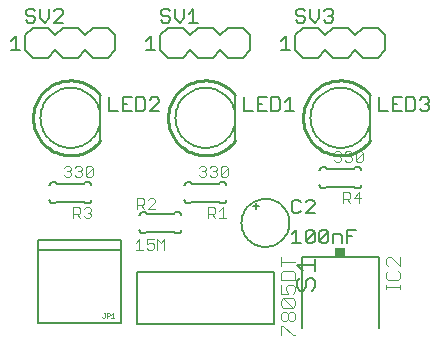
<source format=gto>
G75*
G70*
%OFA0B0*%
%FSLAX24Y24*%
%IPPOS*%
%LPD*%
%AMOC8*
5,1,8,0,0,1.08239X$1,22.5*
%
%ADD10C,0.0050*%
%ADD11C,0.0060*%
%ADD12C,0.0080*%
%ADD13C,0.0010*%
%ADD14C,0.0040*%
%ADD15C,0.0070*%
%ADD16C,0.0100*%
%ADD17R,0.0340X0.0300*%
D10*
X009688Y003934D02*
X009988Y003934D01*
X009838Y003934D02*
X009838Y004384D01*
X009688Y004234D01*
X010148Y004309D02*
X010148Y004009D01*
X010449Y004309D01*
X010449Y004009D01*
X010374Y003934D01*
X010223Y003934D01*
X010148Y004009D01*
X010148Y004309D02*
X010223Y004384D01*
X010374Y004384D01*
X010449Y004309D01*
X010609Y004309D02*
X010684Y004384D01*
X010834Y004384D01*
X010909Y004309D01*
X010609Y004009D01*
X010684Y003934D01*
X010834Y003934D01*
X010909Y004009D01*
X010909Y004309D01*
X011069Y004234D02*
X011294Y004234D01*
X011369Y004159D01*
X011369Y003934D01*
X011529Y003934D02*
X011529Y004384D01*
X011830Y004384D01*
X011680Y004159D02*
X011529Y004159D01*
X011069Y004234D02*
X011069Y003934D01*
X010609Y004009D02*
X010609Y004309D01*
X010449Y004934D02*
X010148Y004934D01*
X010449Y005234D01*
X010449Y005309D01*
X010374Y005384D01*
X010223Y005384D01*
X010148Y005309D01*
X009988Y005309D02*
X009913Y005384D01*
X009763Y005384D01*
X009688Y005309D01*
X009688Y005009D01*
X009763Y004934D01*
X009913Y004934D01*
X009988Y005009D01*
X009769Y008344D02*
X009469Y008344D01*
X009619Y008344D02*
X009619Y008794D01*
X009469Y008644D01*
X009309Y008719D02*
X009234Y008794D01*
X009009Y008794D01*
X009009Y008344D01*
X009234Y008344D01*
X009309Y008419D01*
X009309Y008719D01*
X008849Y008794D02*
X008548Y008794D01*
X008548Y008344D01*
X008849Y008344D01*
X008699Y008569D02*
X008548Y008569D01*
X008388Y008344D02*
X008088Y008344D01*
X008088Y008794D01*
X009338Y010384D02*
X009638Y010384D01*
X009488Y010384D02*
X009488Y010834D01*
X009338Y010684D01*
X009913Y011284D02*
X009838Y011359D01*
X009913Y011284D02*
X010063Y011284D01*
X010138Y011359D01*
X010138Y011434D01*
X010063Y011509D01*
X009913Y011509D01*
X009838Y011584D01*
X009838Y011659D01*
X009913Y011734D01*
X010063Y011734D01*
X010138Y011659D01*
X010298Y011734D02*
X010298Y011434D01*
X010449Y011284D01*
X010599Y011434D01*
X010599Y011734D01*
X010759Y011659D02*
X010834Y011734D01*
X010984Y011734D01*
X011059Y011659D01*
X011059Y011584D01*
X010984Y011509D01*
X011059Y011434D01*
X011059Y011359D01*
X010984Y011284D01*
X010834Y011284D01*
X010759Y011359D01*
X010909Y011509D02*
X010984Y011509D01*
X012588Y008794D02*
X012588Y008344D01*
X012888Y008344D01*
X013048Y008344D02*
X013349Y008344D01*
X013509Y008344D02*
X013734Y008344D01*
X013809Y008419D01*
X013809Y008719D01*
X013734Y008794D01*
X013509Y008794D01*
X013509Y008344D01*
X013199Y008569D02*
X013048Y008569D01*
X013048Y008794D02*
X013048Y008344D01*
X013048Y008794D02*
X013349Y008794D01*
X013969Y008719D02*
X014044Y008794D01*
X014194Y008794D01*
X014269Y008719D01*
X014269Y008644D01*
X014194Y008569D01*
X014269Y008494D01*
X014269Y008419D01*
X014194Y008344D01*
X014044Y008344D01*
X013969Y008419D01*
X014119Y008569D02*
X014194Y008569D01*
X006559Y011284D02*
X006259Y011284D01*
X006409Y011284D02*
X006409Y011734D01*
X006259Y011584D01*
X006099Y011434D02*
X006099Y011734D01*
X005798Y011734D02*
X005798Y011434D01*
X005949Y011284D01*
X006099Y011434D01*
X005638Y011434D02*
X005638Y011359D01*
X005563Y011284D01*
X005413Y011284D01*
X005338Y011359D01*
X005413Y011509D02*
X005338Y011584D01*
X005338Y011659D01*
X005413Y011734D01*
X005563Y011734D01*
X005638Y011659D01*
X005563Y011509D02*
X005413Y011509D01*
X005563Y011509D02*
X005638Y011434D01*
X004988Y010834D02*
X004988Y010384D01*
X004838Y010384D02*
X005138Y010384D01*
X004838Y010684D02*
X004988Y010834D01*
X005044Y008794D02*
X004969Y008719D01*
X005044Y008794D02*
X005194Y008794D01*
X005269Y008719D01*
X005269Y008644D01*
X004969Y008344D01*
X005269Y008344D01*
X004809Y008419D02*
X004809Y008719D01*
X004734Y008794D01*
X004509Y008794D01*
X004509Y008344D01*
X004734Y008344D01*
X004809Y008419D01*
X004349Y008344D02*
X004048Y008344D01*
X004048Y008794D01*
X004349Y008794D01*
X004199Y008569D02*
X004048Y008569D01*
X003888Y008344D02*
X003588Y008344D01*
X003588Y008794D01*
X002059Y011284D02*
X001759Y011284D01*
X002059Y011584D01*
X002059Y011659D01*
X001984Y011734D01*
X001834Y011734D01*
X001759Y011659D01*
X001599Y011734D02*
X001599Y011434D01*
X001449Y011284D01*
X001298Y011434D01*
X001298Y011734D01*
X001138Y011659D02*
X001063Y011734D01*
X000913Y011734D01*
X000838Y011659D01*
X000838Y011584D01*
X000913Y011509D01*
X001063Y011509D01*
X001138Y011434D01*
X001138Y011359D01*
X001063Y011284D01*
X000913Y011284D01*
X000838Y011359D01*
X000488Y010834D02*
X000488Y010384D01*
X000338Y010384D02*
X000638Y010384D01*
X000338Y010684D02*
X000488Y010834D01*
D11*
X000813Y010859D02*
X001063Y011109D01*
X001563Y011109D01*
X001813Y010859D01*
X002063Y011109D01*
X002563Y011109D01*
X002813Y010859D01*
X003063Y011109D01*
X003563Y011109D01*
X003813Y010859D01*
X003813Y010359D01*
X003563Y010109D01*
X003063Y010109D01*
X002813Y010359D01*
X002563Y010109D01*
X002063Y010109D01*
X001813Y010359D01*
X001563Y010109D01*
X001063Y010109D01*
X000813Y010359D01*
X000813Y010859D01*
X001313Y008109D02*
X001315Y008172D01*
X001321Y008234D01*
X001331Y008296D01*
X001344Y008358D01*
X001362Y008418D01*
X001383Y008477D01*
X001408Y008535D01*
X001437Y008591D01*
X001469Y008645D01*
X001504Y008697D01*
X001542Y008746D01*
X001584Y008794D01*
X001628Y008838D01*
X001676Y008880D01*
X001725Y008918D01*
X001777Y008953D01*
X001831Y008985D01*
X001887Y009014D01*
X001945Y009039D01*
X002004Y009060D01*
X002064Y009078D01*
X002126Y009091D01*
X002188Y009101D01*
X002250Y009107D01*
X002313Y009109D01*
X002376Y009107D01*
X002438Y009101D01*
X002500Y009091D01*
X002562Y009078D01*
X002622Y009060D01*
X002681Y009039D01*
X002739Y009014D01*
X002795Y008985D01*
X002849Y008953D01*
X002901Y008918D01*
X002950Y008880D01*
X002998Y008838D01*
X003042Y008794D01*
X003084Y008746D01*
X003122Y008697D01*
X003157Y008645D01*
X003189Y008591D01*
X003218Y008535D01*
X003243Y008477D01*
X003264Y008418D01*
X003282Y008358D01*
X003295Y008296D01*
X003305Y008234D01*
X003311Y008172D01*
X003313Y008109D01*
X003311Y008046D01*
X003305Y007984D01*
X003295Y007922D01*
X003282Y007860D01*
X003264Y007800D01*
X003243Y007741D01*
X003218Y007683D01*
X003189Y007627D01*
X003157Y007573D01*
X003122Y007521D01*
X003084Y007472D01*
X003042Y007424D01*
X002998Y007380D01*
X002950Y007338D01*
X002901Y007300D01*
X002849Y007265D01*
X002795Y007233D01*
X002739Y007204D01*
X002681Y007179D01*
X002622Y007158D01*
X002562Y007140D01*
X002500Y007127D01*
X002438Y007117D01*
X002376Y007111D01*
X002313Y007109D01*
X002250Y007111D01*
X002188Y007117D01*
X002126Y007127D01*
X002064Y007140D01*
X002004Y007158D01*
X001945Y007179D01*
X001887Y007204D01*
X001831Y007233D01*
X001777Y007265D01*
X001725Y007300D01*
X001676Y007338D01*
X001628Y007380D01*
X001584Y007424D01*
X001542Y007472D01*
X001504Y007521D01*
X001469Y007573D01*
X001437Y007627D01*
X001408Y007683D01*
X001383Y007741D01*
X001362Y007800D01*
X001344Y007860D01*
X001331Y007922D01*
X001321Y007984D01*
X001315Y008046D01*
X001313Y008109D01*
X001713Y005959D02*
X001813Y005959D01*
X001863Y005909D01*
X002763Y005909D01*
X002813Y005959D01*
X002913Y005959D01*
X002930Y005957D01*
X002947Y005953D01*
X002963Y005946D01*
X002977Y005936D01*
X002990Y005923D01*
X003000Y005909D01*
X003007Y005893D01*
X003011Y005876D01*
X003013Y005859D01*
X003013Y005359D02*
X003011Y005342D01*
X003007Y005325D01*
X003000Y005309D01*
X002990Y005295D01*
X002977Y005282D01*
X002963Y005272D01*
X002947Y005265D01*
X002930Y005261D01*
X002913Y005259D01*
X002813Y005259D01*
X002763Y005309D01*
X001863Y005309D01*
X001813Y005259D01*
X001713Y005259D01*
X001696Y005261D01*
X001679Y005265D01*
X001663Y005272D01*
X001649Y005282D01*
X001636Y005295D01*
X001626Y005309D01*
X001619Y005325D01*
X001615Y005342D01*
X001613Y005359D01*
X001613Y005859D02*
X001615Y005876D01*
X001619Y005893D01*
X001626Y005909D01*
X001636Y005923D01*
X001649Y005936D01*
X001663Y005946D01*
X001679Y005953D01*
X001696Y005957D01*
X001713Y005959D01*
X004713Y004959D02*
X004813Y004959D01*
X004863Y004909D01*
X005763Y004909D01*
X005813Y004959D01*
X005913Y004959D01*
X005930Y004957D01*
X005947Y004953D01*
X005963Y004946D01*
X005977Y004936D01*
X005990Y004923D01*
X006000Y004909D01*
X006007Y004893D01*
X006011Y004876D01*
X006013Y004859D01*
X006213Y005259D02*
X006313Y005259D01*
X006363Y005309D01*
X007263Y005309D01*
X007313Y005259D01*
X007413Y005259D01*
X007430Y005261D01*
X007447Y005265D01*
X007463Y005272D01*
X007477Y005282D01*
X007490Y005295D01*
X007500Y005309D01*
X007507Y005325D01*
X007511Y005342D01*
X007513Y005359D01*
X007513Y005859D02*
X007511Y005876D01*
X007507Y005893D01*
X007500Y005909D01*
X007490Y005923D01*
X007477Y005936D01*
X007463Y005946D01*
X007447Y005953D01*
X007430Y005957D01*
X007413Y005959D01*
X007313Y005959D01*
X007263Y005909D01*
X006363Y005909D01*
X006313Y005959D01*
X006213Y005959D01*
X006196Y005957D01*
X006179Y005953D01*
X006163Y005946D01*
X006149Y005936D01*
X006136Y005923D01*
X006126Y005909D01*
X006119Y005893D01*
X006115Y005876D01*
X006113Y005859D01*
X006113Y005359D02*
X006115Y005342D01*
X006119Y005325D01*
X006126Y005309D01*
X006136Y005295D01*
X006149Y005282D01*
X006163Y005272D01*
X006179Y005265D01*
X006196Y005261D01*
X006213Y005259D01*
X006013Y004359D02*
X006011Y004342D01*
X006007Y004325D01*
X006000Y004309D01*
X005990Y004295D01*
X005977Y004282D01*
X005963Y004272D01*
X005947Y004265D01*
X005930Y004261D01*
X005913Y004259D01*
X005813Y004259D01*
X005763Y004309D01*
X004863Y004309D01*
X004813Y004259D01*
X004713Y004259D01*
X004696Y004261D01*
X004679Y004265D01*
X004663Y004272D01*
X004649Y004282D01*
X004636Y004295D01*
X004626Y004309D01*
X004619Y004325D01*
X004615Y004342D01*
X004613Y004359D01*
X004613Y004859D02*
X004615Y004876D01*
X004619Y004893D01*
X004626Y004909D01*
X004636Y004923D01*
X004649Y004936D01*
X004663Y004946D01*
X004679Y004953D01*
X004696Y004957D01*
X004713Y004959D01*
X008413Y005159D02*
X008613Y005159D01*
X008513Y005059D02*
X008513Y005259D01*
X008013Y004609D02*
X008015Y004665D01*
X008021Y004722D01*
X008031Y004777D01*
X008045Y004832D01*
X008062Y004886D01*
X008084Y004938D01*
X008109Y004988D01*
X008137Y005037D01*
X008169Y005084D01*
X008204Y005128D01*
X008242Y005170D01*
X008283Y005209D01*
X008327Y005244D01*
X008373Y005277D01*
X008421Y005306D01*
X008471Y005332D01*
X008523Y005355D01*
X008577Y005373D01*
X008631Y005388D01*
X008686Y005399D01*
X008742Y005406D01*
X008799Y005409D01*
X008855Y005408D01*
X008912Y005403D01*
X008967Y005394D01*
X009022Y005381D01*
X009076Y005364D01*
X009129Y005344D01*
X009180Y005320D01*
X009229Y005292D01*
X009276Y005261D01*
X009321Y005227D01*
X009364Y005189D01*
X009403Y005149D01*
X009440Y005106D01*
X009473Y005061D01*
X009503Y005013D01*
X009530Y004963D01*
X009553Y004912D01*
X009573Y004859D01*
X009589Y004805D01*
X009601Y004749D01*
X009609Y004694D01*
X009613Y004637D01*
X009613Y004581D01*
X009609Y004524D01*
X009601Y004469D01*
X009589Y004413D01*
X009573Y004359D01*
X009553Y004306D01*
X009530Y004255D01*
X009503Y004205D01*
X009473Y004157D01*
X009440Y004112D01*
X009403Y004069D01*
X009364Y004029D01*
X009321Y003991D01*
X009276Y003957D01*
X009229Y003926D01*
X009180Y003898D01*
X009129Y003874D01*
X009076Y003854D01*
X009022Y003837D01*
X008967Y003824D01*
X008912Y003815D01*
X008855Y003810D01*
X008799Y003809D01*
X008742Y003812D01*
X008686Y003819D01*
X008631Y003830D01*
X008577Y003845D01*
X008523Y003863D01*
X008471Y003886D01*
X008421Y003912D01*
X008373Y003941D01*
X008327Y003974D01*
X008283Y004009D01*
X008242Y004048D01*
X008204Y004090D01*
X008169Y004134D01*
X008137Y004181D01*
X008109Y004230D01*
X008084Y004280D01*
X008062Y004332D01*
X008045Y004386D01*
X008031Y004441D01*
X008021Y004496D01*
X008015Y004553D01*
X008013Y004609D01*
X010713Y005759D02*
X010813Y005759D01*
X010863Y005809D01*
X011763Y005809D01*
X011813Y005759D01*
X011913Y005759D01*
X011930Y005761D01*
X011947Y005765D01*
X011963Y005772D01*
X011977Y005782D01*
X011990Y005795D01*
X012000Y005809D01*
X012007Y005825D01*
X012011Y005842D01*
X012013Y005859D01*
X012013Y006359D02*
X012011Y006376D01*
X012007Y006393D01*
X012000Y006409D01*
X011990Y006423D01*
X011977Y006436D01*
X011963Y006446D01*
X011947Y006453D01*
X011930Y006457D01*
X011913Y006459D01*
X011813Y006459D01*
X011763Y006409D01*
X010863Y006409D01*
X010813Y006459D01*
X010713Y006459D01*
X010696Y006457D01*
X010679Y006453D01*
X010663Y006446D01*
X010649Y006436D01*
X010636Y006423D01*
X010626Y006409D01*
X010619Y006393D01*
X010615Y006376D01*
X010613Y006359D01*
X010613Y005859D02*
X010615Y005842D01*
X010619Y005825D01*
X010626Y005809D01*
X010636Y005795D01*
X010649Y005782D01*
X010663Y005772D01*
X010679Y005765D01*
X010696Y005761D01*
X010713Y005759D01*
X010313Y008109D02*
X010315Y008172D01*
X010321Y008234D01*
X010331Y008296D01*
X010344Y008358D01*
X010362Y008418D01*
X010383Y008477D01*
X010408Y008535D01*
X010437Y008591D01*
X010469Y008645D01*
X010504Y008697D01*
X010542Y008746D01*
X010584Y008794D01*
X010628Y008838D01*
X010676Y008880D01*
X010725Y008918D01*
X010777Y008953D01*
X010831Y008985D01*
X010887Y009014D01*
X010945Y009039D01*
X011004Y009060D01*
X011064Y009078D01*
X011126Y009091D01*
X011188Y009101D01*
X011250Y009107D01*
X011313Y009109D01*
X011376Y009107D01*
X011438Y009101D01*
X011500Y009091D01*
X011562Y009078D01*
X011622Y009060D01*
X011681Y009039D01*
X011739Y009014D01*
X011795Y008985D01*
X011849Y008953D01*
X011901Y008918D01*
X011950Y008880D01*
X011998Y008838D01*
X012042Y008794D01*
X012084Y008746D01*
X012122Y008697D01*
X012157Y008645D01*
X012189Y008591D01*
X012218Y008535D01*
X012243Y008477D01*
X012264Y008418D01*
X012282Y008358D01*
X012295Y008296D01*
X012305Y008234D01*
X012311Y008172D01*
X012313Y008109D01*
X012311Y008046D01*
X012305Y007984D01*
X012295Y007922D01*
X012282Y007860D01*
X012264Y007800D01*
X012243Y007741D01*
X012218Y007683D01*
X012189Y007627D01*
X012157Y007573D01*
X012122Y007521D01*
X012084Y007472D01*
X012042Y007424D01*
X011998Y007380D01*
X011950Y007338D01*
X011901Y007300D01*
X011849Y007265D01*
X011795Y007233D01*
X011739Y007204D01*
X011681Y007179D01*
X011622Y007158D01*
X011562Y007140D01*
X011500Y007127D01*
X011438Y007117D01*
X011376Y007111D01*
X011313Y007109D01*
X011250Y007111D01*
X011188Y007117D01*
X011126Y007127D01*
X011064Y007140D01*
X011004Y007158D01*
X010945Y007179D01*
X010887Y007204D01*
X010831Y007233D01*
X010777Y007265D01*
X010725Y007300D01*
X010676Y007338D01*
X010628Y007380D01*
X010584Y007424D01*
X010542Y007472D01*
X010504Y007521D01*
X010469Y007573D01*
X010437Y007627D01*
X010408Y007683D01*
X010383Y007741D01*
X010362Y007800D01*
X010344Y007860D01*
X010331Y007922D01*
X010321Y007984D01*
X010315Y008046D01*
X010313Y008109D01*
X010563Y010109D02*
X010063Y010109D01*
X009813Y010359D01*
X009813Y010859D01*
X010063Y011109D01*
X010563Y011109D01*
X010813Y010859D01*
X011063Y011109D01*
X011563Y011109D01*
X011813Y010859D01*
X012063Y011109D01*
X012563Y011109D01*
X012813Y010859D01*
X012813Y010359D01*
X012563Y010109D01*
X012063Y010109D01*
X011813Y010359D01*
X011563Y010109D01*
X011063Y010109D01*
X010813Y010359D01*
X010563Y010109D01*
X008313Y010359D02*
X008313Y010859D01*
X008063Y011109D01*
X007563Y011109D01*
X007313Y010859D01*
X007063Y011109D01*
X006563Y011109D01*
X006313Y010859D01*
X006063Y011109D01*
X005563Y011109D01*
X005313Y010859D01*
X005313Y010359D01*
X005563Y010109D01*
X006063Y010109D01*
X006313Y010359D01*
X006563Y010109D01*
X007063Y010109D01*
X007313Y010359D01*
X007563Y010109D01*
X008063Y010109D01*
X008313Y010359D01*
X005813Y008109D02*
X005815Y008172D01*
X005821Y008234D01*
X005831Y008296D01*
X005844Y008358D01*
X005862Y008418D01*
X005883Y008477D01*
X005908Y008535D01*
X005937Y008591D01*
X005969Y008645D01*
X006004Y008697D01*
X006042Y008746D01*
X006084Y008794D01*
X006128Y008838D01*
X006176Y008880D01*
X006225Y008918D01*
X006277Y008953D01*
X006331Y008985D01*
X006387Y009014D01*
X006445Y009039D01*
X006504Y009060D01*
X006564Y009078D01*
X006626Y009091D01*
X006688Y009101D01*
X006750Y009107D01*
X006813Y009109D01*
X006876Y009107D01*
X006938Y009101D01*
X007000Y009091D01*
X007062Y009078D01*
X007122Y009060D01*
X007181Y009039D01*
X007239Y009014D01*
X007295Y008985D01*
X007349Y008953D01*
X007401Y008918D01*
X007450Y008880D01*
X007498Y008838D01*
X007542Y008794D01*
X007584Y008746D01*
X007622Y008697D01*
X007657Y008645D01*
X007689Y008591D01*
X007718Y008535D01*
X007743Y008477D01*
X007764Y008418D01*
X007782Y008358D01*
X007795Y008296D01*
X007805Y008234D01*
X007811Y008172D01*
X007813Y008109D01*
X007811Y008046D01*
X007805Y007984D01*
X007795Y007922D01*
X007782Y007860D01*
X007764Y007800D01*
X007743Y007741D01*
X007718Y007683D01*
X007689Y007627D01*
X007657Y007573D01*
X007622Y007521D01*
X007584Y007472D01*
X007542Y007424D01*
X007498Y007380D01*
X007450Y007338D01*
X007401Y007300D01*
X007349Y007265D01*
X007295Y007233D01*
X007239Y007204D01*
X007181Y007179D01*
X007122Y007158D01*
X007062Y007140D01*
X007000Y007127D01*
X006938Y007117D01*
X006876Y007111D01*
X006813Y007109D01*
X006750Y007111D01*
X006688Y007117D01*
X006626Y007127D01*
X006564Y007140D01*
X006504Y007158D01*
X006445Y007179D01*
X006387Y007204D01*
X006331Y007233D01*
X006277Y007265D01*
X006225Y007300D01*
X006176Y007338D01*
X006128Y007380D01*
X006084Y007424D01*
X006042Y007472D01*
X006004Y007521D01*
X005969Y007573D01*
X005937Y007627D01*
X005908Y007683D01*
X005883Y007741D01*
X005862Y007800D01*
X005844Y007860D01*
X005831Y007922D01*
X005821Y007984D01*
X005815Y008046D01*
X005813Y008109D01*
D12*
X001246Y003711D02*
X001246Y001270D01*
X004002Y001270D01*
X004002Y003711D01*
X001246Y003711D01*
X001246Y004026D01*
X004002Y004026D01*
X004002Y003711D01*
X004524Y002965D02*
X004524Y001252D01*
X009102Y001252D01*
X009102Y002965D01*
X004524Y002965D01*
X003313Y007359D02*
X003313Y008859D01*
X007813Y008859D02*
X007813Y007359D01*
X012313Y007359D02*
X012313Y008859D01*
X012603Y003459D02*
X010023Y003459D01*
X010023Y001099D01*
X012603Y001099D02*
X012603Y003459D01*
D13*
X003771Y001454D02*
X003671Y001454D01*
X003721Y001454D02*
X003721Y001604D01*
X003671Y001554D01*
X003624Y001579D02*
X003598Y001604D01*
X003523Y001604D01*
X003523Y001454D01*
X003523Y001504D02*
X003598Y001504D01*
X003624Y001529D01*
X003624Y001579D01*
X003476Y001604D02*
X003426Y001604D01*
X003451Y001604D02*
X003451Y001479D01*
X003426Y001454D01*
X003401Y001454D01*
X003376Y001479D01*
D14*
X004493Y003719D02*
X004727Y003719D01*
X004610Y003719D02*
X004610Y004069D01*
X004493Y003952D01*
X004852Y003894D02*
X004969Y003952D01*
X005027Y003952D01*
X005086Y003894D01*
X005086Y003777D01*
X005027Y003719D01*
X004911Y003719D01*
X004852Y003777D01*
X004852Y003894D02*
X004852Y004069D01*
X005086Y004069D01*
X005211Y004069D02*
X005328Y003952D01*
X005445Y004069D01*
X005445Y003719D01*
X005211Y003719D02*
X005211Y004069D01*
X005136Y005089D02*
X004902Y005089D01*
X005136Y005322D01*
X005136Y005381D01*
X005077Y005439D01*
X004961Y005439D01*
X004902Y005381D01*
X004777Y005381D02*
X004777Y005264D01*
X004718Y005205D01*
X004543Y005205D01*
X004543Y005089D02*
X004543Y005439D01*
X004718Y005439D01*
X004777Y005381D01*
X004660Y005205D02*
X004777Y005089D01*
X002997Y005071D02*
X002997Y005012D01*
X002939Y004954D01*
X002997Y004895D01*
X002997Y004837D01*
X002939Y004779D01*
X002822Y004779D01*
X002764Y004837D01*
X002638Y004779D02*
X002522Y004895D01*
X002580Y004895D02*
X002405Y004895D01*
X002405Y004779D02*
X002405Y005129D01*
X002580Y005129D01*
X002638Y005071D01*
X002638Y004954D01*
X002580Y004895D01*
X002764Y005071D02*
X002822Y005129D01*
X002939Y005129D01*
X002997Y005071D01*
X002939Y004954D02*
X002881Y004954D01*
X002872Y006149D02*
X002814Y006207D01*
X003047Y006441D01*
X003047Y006207D01*
X002989Y006149D01*
X002872Y006149D01*
X002814Y006207D02*
X002814Y006441D01*
X002872Y006499D01*
X002989Y006499D01*
X003047Y006441D01*
X002688Y006441D02*
X002688Y006382D01*
X002630Y006324D01*
X002688Y006265D01*
X002688Y006207D01*
X002630Y006149D01*
X002513Y006149D01*
X002455Y006207D01*
X002329Y006207D02*
X002329Y006265D01*
X002271Y006324D01*
X002213Y006324D01*
X002271Y006324D02*
X002329Y006382D01*
X002329Y006441D01*
X002271Y006499D01*
X002154Y006499D01*
X002096Y006441D01*
X002096Y006207D02*
X002154Y006149D01*
X002271Y006149D01*
X002329Y006207D01*
X002455Y006441D02*
X002513Y006499D01*
X002630Y006499D01*
X002688Y006441D01*
X002630Y006324D02*
X002572Y006324D01*
X006596Y006441D02*
X006654Y006499D01*
X006771Y006499D01*
X006829Y006441D01*
X006829Y006382D01*
X006771Y006324D01*
X006829Y006265D01*
X006829Y006207D01*
X006771Y006149D01*
X006654Y006149D01*
X006596Y006207D01*
X006713Y006324D02*
X006771Y006324D01*
X006955Y006441D02*
X007013Y006499D01*
X007130Y006499D01*
X007188Y006441D01*
X007188Y006382D01*
X007130Y006324D01*
X007188Y006265D01*
X007188Y006207D01*
X007130Y006149D01*
X007013Y006149D01*
X006955Y006207D01*
X007072Y006324D02*
X007130Y006324D01*
X007314Y006441D02*
X007372Y006499D01*
X007489Y006499D01*
X007547Y006441D01*
X007314Y006207D01*
X007372Y006149D01*
X007489Y006149D01*
X007547Y006207D01*
X007547Y006441D01*
X007314Y006441D02*
X007314Y006207D01*
X007381Y005129D02*
X007264Y005012D01*
X007138Y004954D02*
X007080Y004895D01*
X006905Y004895D01*
X006905Y004779D02*
X006905Y005129D01*
X007080Y005129D01*
X007138Y005071D01*
X007138Y004954D01*
X007022Y004895D02*
X007138Y004779D01*
X007264Y004779D02*
X007497Y004779D01*
X007381Y004779D02*
X007381Y005129D01*
X009333Y003475D02*
X009333Y003168D01*
X009409Y003015D02*
X009333Y002938D01*
X009333Y002708D01*
X009793Y002708D01*
X009793Y002938D01*
X009716Y003015D01*
X009409Y003015D01*
X009333Y003322D02*
X009793Y003322D01*
X009716Y002554D02*
X009563Y002554D01*
X009486Y002478D01*
X009486Y002401D01*
X009563Y002247D01*
X009333Y002247D01*
X009333Y002554D01*
X009716Y002554D02*
X009793Y002478D01*
X009793Y002324D01*
X009716Y002247D01*
X009716Y002094D02*
X009793Y002017D01*
X009793Y001864D01*
X009716Y001787D01*
X009409Y002094D01*
X009716Y002094D01*
X009409Y002094D02*
X009333Y002017D01*
X009333Y001864D01*
X009409Y001787D01*
X009716Y001787D01*
X009716Y001634D02*
X009640Y001634D01*
X009563Y001557D01*
X009563Y001403D01*
X009486Y001327D01*
X009409Y001327D01*
X009333Y001403D01*
X009333Y001557D01*
X009409Y001634D01*
X009486Y001634D01*
X009563Y001557D01*
X009563Y001403D02*
X009640Y001327D01*
X009716Y001327D01*
X009793Y001403D01*
X009793Y001557D01*
X009716Y001634D01*
X009409Y001173D02*
X009333Y001173D01*
X009333Y000866D01*
X009409Y001173D02*
X009716Y000866D01*
X009793Y000866D01*
X012833Y002401D02*
X012833Y002554D01*
X012833Y002478D02*
X013293Y002478D01*
X013293Y002554D02*
X013293Y002401D01*
X013216Y002708D02*
X012909Y002708D01*
X012833Y002785D01*
X012833Y002938D01*
X012909Y003015D01*
X012909Y003168D02*
X012833Y003245D01*
X012833Y003398D01*
X012909Y003475D01*
X012986Y003475D01*
X013293Y003168D01*
X013293Y003475D01*
X013216Y003015D02*
X013293Y002938D01*
X013293Y002785D01*
X013216Y002708D01*
X011939Y005279D02*
X011939Y005629D01*
X011764Y005454D01*
X011997Y005454D01*
X011638Y005454D02*
X011580Y005395D01*
X011405Y005395D01*
X011405Y005279D02*
X011405Y005629D01*
X011580Y005629D01*
X011638Y005571D01*
X011638Y005454D01*
X011522Y005395D02*
X011638Y005279D01*
X011630Y006649D02*
X011513Y006649D01*
X011455Y006707D01*
X011329Y006707D02*
X011329Y006765D01*
X011271Y006824D01*
X011213Y006824D01*
X011271Y006824D02*
X011329Y006882D01*
X011329Y006941D01*
X011271Y006999D01*
X011154Y006999D01*
X011096Y006941D01*
X011096Y006707D02*
X011154Y006649D01*
X011271Y006649D01*
X011329Y006707D01*
X011455Y006941D02*
X011513Y006999D01*
X011630Y006999D01*
X011688Y006941D01*
X011688Y006882D01*
X011630Y006824D01*
X011688Y006765D01*
X011688Y006707D01*
X011630Y006649D01*
X011630Y006824D02*
X011572Y006824D01*
X011814Y006707D02*
X011814Y006941D01*
X011872Y006999D01*
X011989Y006999D01*
X012047Y006941D01*
X011814Y006707D01*
X011872Y006649D01*
X011989Y006649D01*
X012047Y006707D01*
X012047Y006941D01*
D15*
X010478Y003419D02*
X010478Y002999D01*
X010478Y003209D02*
X009848Y003209D01*
X010058Y002999D01*
X009953Y002775D02*
X009848Y002670D01*
X009848Y002460D01*
X009953Y002355D01*
X010058Y002355D01*
X010163Y002460D01*
X010163Y002670D01*
X010268Y002775D01*
X010373Y002775D01*
X010478Y002670D01*
X010478Y002460D01*
X010373Y002355D01*
D16*
X012313Y007359D02*
X012270Y007305D01*
X012224Y007253D01*
X012175Y007204D01*
X012123Y007157D01*
X012069Y007114D01*
X012013Y007073D01*
X011954Y007036D01*
X011894Y007002D01*
X011831Y006972D01*
X011768Y006945D01*
X011702Y006921D01*
X011636Y006901D01*
X011568Y006885D01*
X011500Y006873D01*
X011431Y006865D01*
X011362Y006860D01*
X011292Y006859D01*
X011223Y006862D01*
X011154Y006869D01*
X011086Y006880D01*
X011018Y006894D01*
X010951Y006913D01*
X010885Y006935D01*
X010820Y006960D01*
X010757Y006989D01*
X010696Y007022D01*
X010637Y007058D01*
X010580Y007097D01*
X010524Y007139D01*
X010472Y007184D01*
X010422Y007232D01*
X010375Y007283D01*
X010330Y007337D01*
X010289Y007392D01*
X010251Y007450D01*
X010216Y007510D01*
X010184Y007572D01*
X010156Y007635D01*
X010132Y007700D01*
X010111Y007766D01*
X010094Y007834D01*
X010080Y007902D01*
X010071Y007971D01*
X010065Y008040D01*
X010063Y008109D01*
X010065Y008178D01*
X010071Y008247D01*
X010080Y008316D01*
X010094Y008384D01*
X010111Y008452D01*
X010132Y008518D01*
X010156Y008583D01*
X010184Y008646D01*
X010216Y008708D01*
X010251Y008768D01*
X010289Y008826D01*
X010330Y008881D01*
X010375Y008935D01*
X010422Y008986D01*
X010472Y009034D01*
X010524Y009079D01*
X010580Y009121D01*
X010637Y009160D01*
X010696Y009196D01*
X010757Y009229D01*
X010820Y009258D01*
X010885Y009283D01*
X010951Y009305D01*
X011018Y009324D01*
X011086Y009338D01*
X011154Y009349D01*
X011223Y009356D01*
X011292Y009359D01*
X011362Y009358D01*
X011431Y009353D01*
X011500Y009345D01*
X011568Y009333D01*
X011636Y009317D01*
X011702Y009297D01*
X011768Y009273D01*
X011831Y009246D01*
X011894Y009216D01*
X011954Y009182D01*
X012013Y009145D01*
X012069Y009104D01*
X012123Y009061D01*
X012175Y009014D01*
X012224Y008965D01*
X012270Y008913D01*
X012313Y008859D01*
X007813Y008859D02*
X007770Y008913D01*
X007724Y008965D01*
X007675Y009014D01*
X007623Y009061D01*
X007569Y009104D01*
X007513Y009145D01*
X007454Y009182D01*
X007394Y009216D01*
X007331Y009246D01*
X007268Y009273D01*
X007202Y009297D01*
X007136Y009317D01*
X007068Y009333D01*
X007000Y009345D01*
X006931Y009353D01*
X006862Y009358D01*
X006792Y009359D01*
X006723Y009356D01*
X006654Y009349D01*
X006586Y009338D01*
X006518Y009324D01*
X006451Y009305D01*
X006385Y009283D01*
X006320Y009258D01*
X006257Y009229D01*
X006196Y009196D01*
X006137Y009160D01*
X006080Y009121D01*
X006024Y009079D01*
X005972Y009034D01*
X005922Y008986D01*
X005875Y008935D01*
X005830Y008881D01*
X005789Y008826D01*
X005751Y008768D01*
X005716Y008708D01*
X005684Y008646D01*
X005656Y008583D01*
X005632Y008518D01*
X005611Y008452D01*
X005594Y008384D01*
X005580Y008316D01*
X005571Y008247D01*
X005565Y008178D01*
X005563Y008109D01*
X005565Y008040D01*
X005571Y007971D01*
X005580Y007902D01*
X005594Y007834D01*
X005611Y007766D01*
X005632Y007700D01*
X005656Y007635D01*
X005684Y007572D01*
X005716Y007510D01*
X005751Y007450D01*
X005789Y007392D01*
X005830Y007337D01*
X005875Y007283D01*
X005922Y007232D01*
X005972Y007184D01*
X006024Y007139D01*
X006080Y007097D01*
X006137Y007058D01*
X006196Y007022D01*
X006257Y006989D01*
X006320Y006960D01*
X006385Y006935D01*
X006451Y006913D01*
X006518Y006894D01*
X006586Y006880D01*
X006654Y006869D01*
X006723Y006862D01*
X006792Y006859D01*
X006862Y006860D01*
X006931Y006865D01*
X007000Y006873D01*
X007068Y006885D01*
X007136Y006901D01*
X007202Y006921D01*
X007268Y006945D01*
X007331Y006972D01*
X007394Y007002D01*
X007454Y007036D01*
X007513Y007073D01*
X007569Y007114D01*
X007623Y007157D01*
X007675Y007204D01*
X007724Y007253D01*
X007770Y007305D01*
X007813Y007359D01*
X003313Y007359D02*
X003270Y007305D01*
X003224Y007253D01*
X003175Y007204D01*
X003123Y007157D01*
X003069Y007114D01*
X003013Y007073D01*
X002954Y007036D01*
X002894Y007002D01*
X002831Y006972D01*
X002768Y006945D01*
X002702Y006921D01*
X002636Y006901D01*
X002568Y006885D01*
X002500Y006873D01*
X002431Y006865D01*
X002362Y006860D01*
X002292Y006859D01*
X002223Y006862D01*
X002154Y006869D01*
X002086Y006880D01*
X002018Y006894D01*
X001951Y006913D01*
X001885Y006935D01*
X001820Y006960D01*
X001757Y006989D01*
X001696Y007022D01*
X001637Y007058D01*
X001580Y007097D01*
X001524Y007139D01*
X001472Y007184D01*
X001422Y007232D01*
X001375Y007283D01*
X001330Y007337D01*
X001289Y007392D01*
X001251Y007450D01*
X001216Y007510D01*
X001184Y007572D01*
X001156Y007635D01*
X001132Y007700D01*
X001111Y007766D01*
X001094Y007834D01*
X001080Y007902D01*
X001071Y007971D01*
X001065Y008040D01*
X001063Y008109D01*
X001065Y008178D01*
X001071Y008247D01*
X001080Y008316D01*
X001094Y008384D01*
X001111Y008452D01*
X001132Y008518D01*
X001156Y008583D01*
X001184Y008646D01*
X001216Y008708D01*
X001251Y008768D01*
X001289Y008826D01*
X001330Y008881D01*
X001375Y008935D01*
X001422Y008986D01*
X001472Y009034D01*
X001524Y009079D01*
X001580Y009121D01*
X001637Y009160D01*
X001696Y009196D01*
X001757Y009229D01*
X001820Y009258D01*
X001885Y009283D01*
X001951Y009305D01*
X002018Y009324D01*
X002086Y009338D01*
X002154Y009349D01*
X002223Y009356D01*
X002292Y009359D01*
X002362Y009358D01*
X002431Y009353D01*
X002500Y009345D01*
X002568Y009333D01*
X002636Y009317D01*
X002702Y009297D01*
X002768Y009273D01*
X002831Y009246D01*
X002894Y009216D01*
X002954Y009182D01*
X003013Y009145D01*
X003069Y009104D01*
X003123Y009061D01*
X003175Y009014D01*
X003224Y008965D01*
X003270Y008913D01*
X003313Y008859D01*
D17*
X011313Y003649D03*
M02*

</source>
